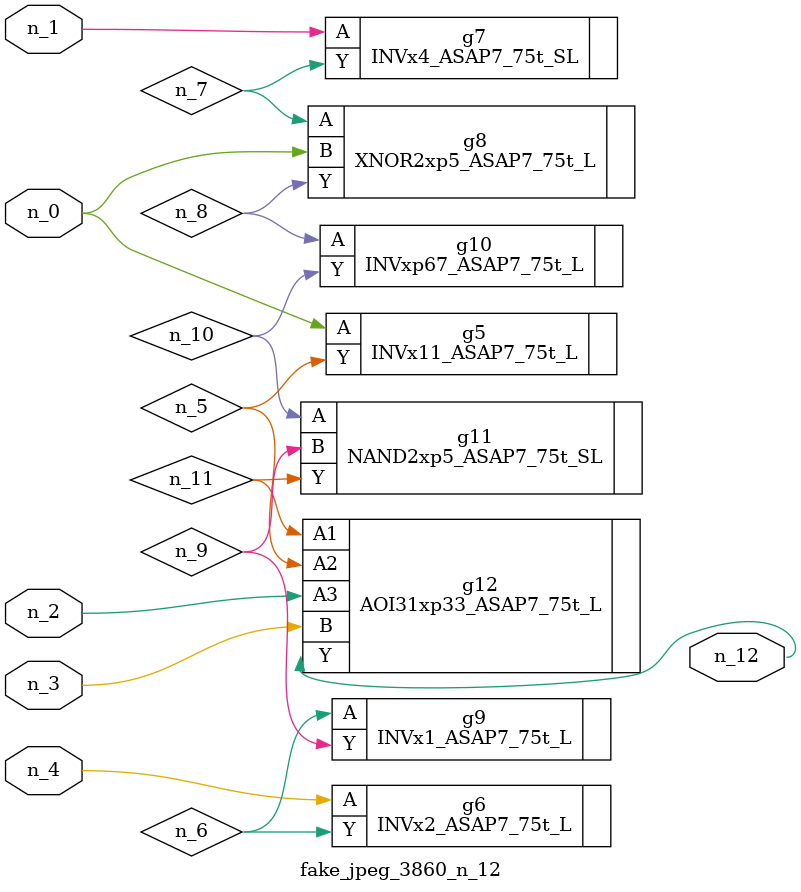
<source format=v>
module fake_jpeg_3860_n_12 (n_3, n_2, n_1, n_0, n_4, n_12);

input n_3;
input n_2;
input n_1;
input n_0;
input n_4;

output n_12;

wire n_11;
wire n_10;
wire n_8;
wire n_9;
wire n_6;
wire n_5;
wire n_7;

INVx11_ASAP7_75t_L g5 ( 
.A(n_0),
.Y(n_5)
);

INVx2_ASAP7_75t_L g6 ( 
.A(n_4),
.Y(n_6)
);

INVx4_ASAP7_75t_SL g7 ( 
.A(n_1),
.Y(n_7)
);

XNOR2xp5_ASAP7_75t_L g8 ( 
.A(n_7),
.B(n_0),
.Y(n_8)
);

INVxp67_ASAP7_75t_L g10 ( 
.A(n_8),
.Y(n_10)
);

INVx1_ASAP7_75t_L g9 ( 
.A(n_6),
.Y(n_9)
);

NAND2xp5_ASAP7_75t_SL g11 ( 
.A(n_10),
.B(n_9),
.Y(n_11)
);

AOI31xp33_ASAP7_75t_L g12 ( 
.A1(n_11),
.A2(n_5),
.A3(n_2),
.B(n_3),
.Y(n_12)
);


endmodule
</source>
